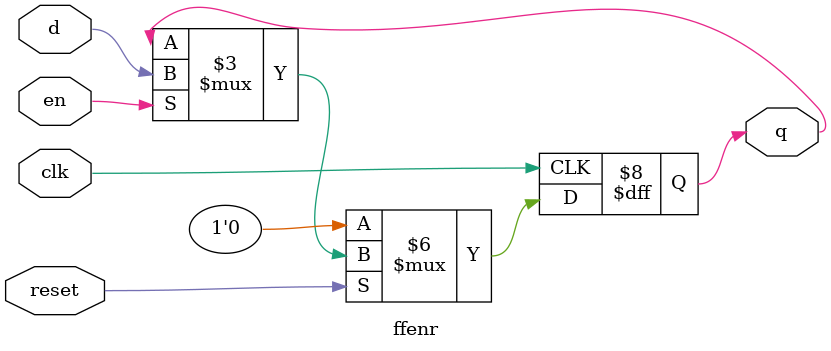
<source format=sv>
module upcntr #(parameter N=3)
			  (input	logic clk,
			   input	logic en,
			   input	logic reset,
			   output	logic [N-1:0] cnt);
			   
	always_ff @(posedge clk) begin
		if (~reset) 	cnt <= 0;
		else if (en)	cnt <= cnt + 1'd1;
	end
	
endmodule

module dwncntr #(parameter N=11)
			  (input	logic clk,
			   input	logic en,
			   input	logic set,
			   input	logic [10:0] setval,
			   output	logic [N-1:0] cnt);
			   
	always_ff @(posedge clk) begin
		if (set) 				cnt <= setval;
		else if (en && cnt>0)	cnt <= cnt - 1'd1;
	end
	
endmodule

module ffenr #(parameter N=1)
			  (input	logic clk,
			   input	logic en,
			   input	logic reset,
			   input	logic [N-1:0] d,
			   output	logic [N-1:0] q);
	
	always_ff @(posedge clk)
		if 		(~reset)	q<=0;
		else if	(en)		q<=d;
			   
endmodule
</source>
